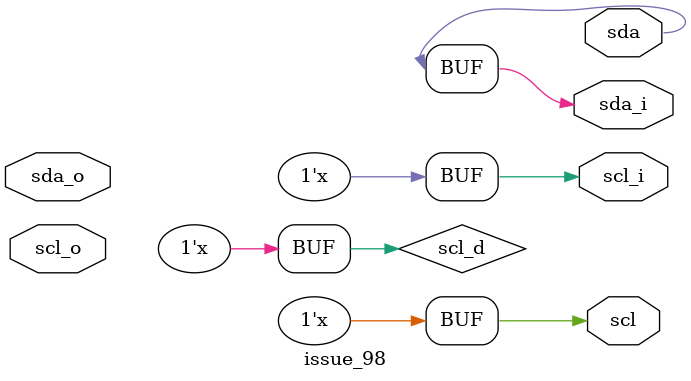
<source format=v>


`timescale 1ns/10ps

module issue_98 (
    sda,
    scl,
    sda_i,
    sda_o,
    scl_i,
    scl_o
);


output [0:0] sda;
wire [0:0] sda;
output [0:0] scl;
wire [0:0] scl;
output [0:0] sda_i;
wire [0:0] sda_i;
input [0:0] sda_o;
output [0:0] scl_i;
wire [0:0] scl_i;
input [0:0] scl_o;

wire [0:0] scl_d;



assign scl = scl_d;




assign sda_i = sda;
assign scl_i = scl;
assign scl_d = 'bz;

endmodule

</source>
